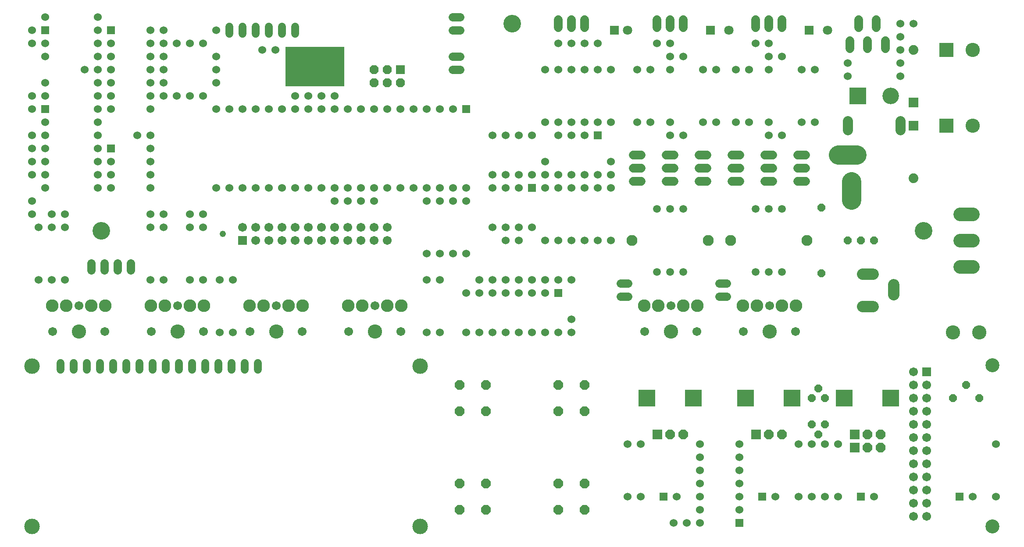
<source format=gbr>
G04 EAGLE Gerber RS-274X export*
G75*
%MOMM*%
%FSLAX34Y34*%
%LPD*%
%INSoldermask Top*%
%IPPOS*%
%AMOC8*
5,1,8,0,0,1.08239X$1,22.5*%
G01*
%ADD10C,3.403200*%
%ADD11C,2.703200*%
%ADD12R,11.430000X7.620000*%
%ADD13C,1.524000*%
%ADD14R,2.743200X2.743200*%
%ADD15C,2.743200*%
%ADD16C,1.879600*%
%ADD17R,1.879600X1.879600*%
%ADD18R,1.524000X1.524000*%
%ADD19C,3.759200*%
%ADD20C,2.203200*%
%ADD21C,1.727200*%
%ADD22P,1.649562X8X112.500000*%
%ADD23C,1.511200*%
%ADD24C,3.003200*%
%ADD25C,2.453200*%
%ADD26C,1.703200*%
%ADD27P,1.649562X8X22.500000*%
%ADD28C,2.603500*%
%ADD29R,1.853200X1.853200*%
%ADD30P,2.005885X8X292.500000*%
%ADD31R,3.319200X3.319200*%
%ADD32P,2.034460X8X112.500000*%
%ADD33C,1.803400*%
%ADD34R,1.803400X1.803400*%
%ADD35C,1.503200*%
%ADD36C,2.103200*%
%ADD37C,1.625600*%
%ADD38C,1.981200*%
%ADD39R,1.711200X1.711200*%
%ADD40C,1.711200*%
%ADD41P,1.649562X8X202.500000*%
%ADD42C,1.524000*%
%ADD43P,1.852186X8X202.500000*%
%ADD44C,1.409600*%
%ADD45C,3.203200*%
%ADD46P,1.681168X8X22.500000*%
%ADD47R,3.203200X3.203200*%
%ADD48C,1.209600*%


D10*
X158750Y603250D03*
X1746250Y603250D03*
D11*
X1879600Y342900D03*
X1879600Y31750D03*
D10*
X952500Y1003300D03*
D12*
X571500Y920750D03*
D13*
X304800Y863600D03*
X279400Y863600D03*
X63500Y635000D03*
X88900Y635000D03*
X1257300Y787400D03*
X1282700Y787400D03*
X1447800Y787400D03*
X1473200Y787400D03*
D14*
X1790700Y952500D03*
D15*
X1841500Y952500D03*
D13*
X355600Y635000D03*
X330200Y635000D03*
D16*
X1727200Y952500D03*
D17*
X1727200Y850900D03*
D18*
X50800Y990600D03*
D13*
X152400Y990600D03*
D18*
X50800Y838200D03*
D13*
X152400Y838200D03*
D18*
X177800Y990600D03*
D13*
X177800Y965200D03*
X177800Y838200D03*
X254000Y838200D03*
X177800Y939800D03*
X177800Y914400D03*
X177800Y863600D03*
X177800Y889000D03*
X254000Y863600D03*
X254000Y889000D03*
X254000Y914400D03*
X254000Y939800D03*
X254000Y965200D03*
X254000Y990600D03*
D18*
X1390650Y38100D03*
D13*
X1390650Y63500D03*
X1390650Y190500D03*
X1314450Y190500D03*
X1390650Y88900D03*
X1390650Y114300D03*
X1390650Y165100D03*
X1390650Y139700D03*
X1314450Y165100D03*
X1314450Y139700D03*
X1314450Y114300D03*
X1314450Y88900D03*
X1314450Y63500D03*
X1314450Y38100D03*
D18*
X177800Y762000D03*
D13*
X177800Y736600D03*
X254000Y736600D03*
X254000Y762000D03*
X177800Y711200D03*
X177800Y685800D03*
X254000Y711200D03*
X254000Y685800D03*
D19*
X1582420Y749300D02*
X1617980Y749300D01*
X1607566Y697865D02*
X1607566Y662305D01*
D20*
X1628700Y519000D02*
X1648700Y519000D01*
X1648700Y456000D02*
X1628700Y456000D01*
X1688700Y479000D02*
X1688700Y499000D01*
D21*
X1328420Y749300D02*
X1313180Y749300D01*
X1313180Y723900D02*
X1328420Y723900D01*
X1328420Y698500D02*
X1313180Y698500D01*
X1201420Y749300D02*
X1186180Y749300D01*
X1186180Y723900D02*
X1201420Y723900D01*
X1201420Y698500D02*
X1186180Y698500D01*
X1249680Y749300D02*
X1264920Y749300D01*
X1264920Y723900D02*
X1249680Y723900D01*
X1249680Y698500D02*
X1264920Y698500D01*
X1503680Y749300D02*
X1518920Y749300D01*
X1518920Y723900D02*
X1503680Y723900D01*
X1503680Y698500D02*
X1518920Y698500D01*
X1391920Y749300D02*
X1376680Y749300D01*
X1376680Y723900D02*
X1391920Y723900D01*
X1391920Y698500D02*
X1376680Y698500D01*
X1440180Y749300D02*
X1455420Y749300D01*
X1455420Y723900D02*
X1440180Y723900D01*
X1440180Y698500D02*
X1455420Y698500D01*
D13*
X1346200Y812800D03*
X1346200Y914400D03*
X1117600Y914400D03*
X1117600Y812800D03*
X1016000Y914400D03*
X1016000Y812800D03*
X1536700Y812800D03*
X1536700Y914400D03*
X1511300Y914400D03*
X1511300Y812800D03*
X1384300Y914400D03*
X1384300Y812800D03*
X1447800Y914400D03*
X1447800Y812800D03*
X1041400Y584200D03*
X1041400Y685800D03*
X1066800Y685800D03*
X1066800Y584200D03*
X1092200Y685800D03*
X1092200Y584200D03*
X1320800Y914400D03*
X1320800Y812800D03*
X1117600Y584200D03*
X1117600Y685800D03*
X1409700Y812800D03*
X1409700Y914400D03*
X1016000Y584200D03*
X1016000Y685800D03*
X1600200Y927100D03*
X1701800Y927100D03*
X1701800Y901700D03*
X1600200Y901700D03*
X1193800Y914400D03*
X1193800Y812800D03*
X254000Y508000D03*
X254000Y609600D03*
X355600Y508000D03*
X355600Y609600D03*
X330200Y609600D03*
X330200Y508000D03*
X152400Y939800D03*
X50800Y939800D03*
X50800Y965200D03*
X152400Y965200D03*
X50800Y889000D03*
X152400Y889000D03*
X50800Y863600D03*
X152400Y863600D03*
X1219200Y812800D03*
X1219200Y914400D03*
X787400Y660400D03*
X787400Y558800D03*
X279400Y914400D03*
X381000Y914400D03*
X279400Y990600D03*
X381000Y990600D03*
X381000Y889000D03*
X279400Y889000D03*
X50800Y1016000D03*
X152400Y1016000D03*
X50800Y812800D03*
X152400Y812800D03*
X63500Y508000D03*
X63500Y609600D03*
X88900Y609600D03*
X88900Y508000D03*
X50800Y711200D03*
X152400Y711200D03*
X1257300Y914400D03*
X1257300Y812800D03*
X50800Y762000D03*
X152400Y762000D03*
X50800Y736600D03*
X152400Y736600D03*
D22*
X1549400Y520700D03*
X1549400Y647700D03*
D13*
X1143000Y914400D03*
X1143000Y812800D03*
X1041400Y914400D03*
X1041400Y812800D03*
X1066800Y812800D03*
X1066800Y914400D03*
X1092200Y812800D03*
X1092200Y914400D03*
X863600Y558800D03*
X863600Y660400D03*
X1200150Y88900D03*
X1200150Y190500D03*
X1504950Y88900D03*
X1504950Y190500D03*
X1174750Y190500D03*
X1174750Y88900D03*
X838200Y660400D03*
X838200Y558800D03*
X812800Y558800D03*
X812800Y660400D03*
X990600Y787400D03*
X965200Y787400D03*
X965200Y711200D03*
X990600Y711200D03*
X939800Y787400D03*
X914400Y787400D03*
X939800Y711200D03*
X914400Y711200D03*
D18*
X863600Y838200D03*
D13*
X838200Y838200D03*
X812800Y838200D03*
X787400Y838200D03*
X762000Y838200D03*
X736600Y838200D03*
X711200Y838200D03*
X685800Y838200D03*
X660400Y838200D03*
X635000Y838200D03*
X609600Y838200D03*
X584200Y838200D03*
X558800Y838200D03*
X533400Y838200D03*
X508000Y838200D03*
X482600Y838200D03*
X457200Y838200D03*
X431800Y838200D03*
X406400Y838200D03*
X381000Y838200D03*
X381000Y685800D03*
X406400Y685800D03*
X431800Y685800D03*
X457200Y685800D03*
X482600Y685800D03*
X508000Y685800D03*
X533400Y685800D03*
X558800Y685800D03*
X584200Y685800D03*
X609600Y685800D03*
X635000Y685800D03*
X660400Y685800D03*
X685800Y685800D03*
X711200Y685800D03*
X736600Y685800D03*
X762000Y685800D03*
X787400Y685800D03*
X812800Y685800D03*
X838200Y685800D03*
X863600Y685800D03*
D23*
X80000Y347490D02*
X80000Y334410D01*
X105400Y334410D02*
X105400Y347490D01*
X130800Y347490D02*
X130800Y334410D01*
X156200Y334410D02*
X156200Y347490D01*
X181600Y347490D02*
X181600Y334410D01*
X207000Y334410D02*
X207000Y347490D01*
X232400Y347490D02*
X232400Y334410D01*
X257800Y334410D02*
X257800Y347490D01*
X283200Y347490D02*
X283200Y334410D01*
X308600Y334410D02*
X308600Y347490D01*
X334000Y347490D02*
X334000Y334410D01*
X359400Y334410D02*
X359400Y347490D01*
X384800Y347490D02*
X384800Y334410D01*
X410200Y334410D02*
X410200Y347490D01*
X435600Y347490D02*
X435600Y334410D01*
X461000Y334410D02*
X461000Y347490D01*
D24*
X25400Y31750D03*
X25400Y340950D03*
X774600Y340950D03*
X774600Y31750D03*
D15*
X115300Y408000D03*
D25*
X91300Y458000D03*
X139300Y458000D03*
X166300Y458000D03*
X64300Y458000D03*
D26*
X65300Y408000D03*
X165300Y408000D03*
X115300Y458000D03*
D15*
X305800Y408000D03*
D25*
X281800Y458000D03*
X329800Y458000D03*
X356800Y458000D03*
X254800Y458000D03*
D26*
X255800Y408000D03*
X355800Y408000D03*
X305800Y458000D03*
D15*
X686800Y408000D03*
D25*
X662800Y458000D03*
X710800Y458000D03*
X737800Y458000D03*
X635800Y458000D03*
D26*
X636800Y408000D03*
X736800Y408000D03*
X686800Y458000D03*
D15*
X1258300Y408000D03*
D25*
X1234300Y458000D03*
X1282300Y458000D03*
X1309300Y458000D03*
X1207300Y458000D03*
D26*
X1208300Y408000D03*
X1308300Y408000D03*
X1258300Y458000D03*
D15*
X1448800Y408000D03*
D25*
X1424800Y458000D03*
X1472800Y458000D03*
X1499800Y458000D03*
X1397800Y458000D03*
D26*
X1398800Y408000D03*
X1498800Y408000D03*
X1448800Y458000D03*
D27*
X1803400Y279400D03*
X1854200Y279400D03*
X1828800Y304800D03*
D14*
X1790700Y806450D03*
D15*
X1841500Y806450D03*
D28*
X1840802Y533400D02*
X1816799Y533400D01*
X1816799Y584200D02*
X1840802Y584200D01*
X1840802Y635000D02*
X1816799Y635000D01*
D15*
X1854200Y406400D03*
X1803400Y406400D03*
D13*
X1143000Y584200D03*
X1143000Y685800D03*
D21*
X1041400Y995680D02*
X1041400Y1010920D01*
X1066800Y1010920D02*
X1066800Y995680D01*
X1092200Y995680D02*
X1092200Y1010920D01*
X1231900Y1010920D02*
X1231900Y995680D01*
X1257300Y995680D02*
X1257300Y1010920D01*
X1282700Y1010920D02*
X1282700Y995680D01*
X1422400Y995680D02*
X1422400Y1010920D01*
X1447800Y1010920D02*
X1447800Y995680D01*
X1473200Y995680D02*
X1473200Y1010920D01*
D18*
X1117600Y787400D03*
D13*
X1092200Y787400D03*
X1092200Y711200D03*
X1117600Y711200D03*
X1066800Y787400D03*
X1041400Y787400D03*
X1066800Y711200D03*
X1041400Y711200D03*
X254000Y635000D03*
X279400Y635000D03*
X279400Y609600D03*
X279400Y508000D03*
D18*
X1041400Y482600D03*
D13*
X1016000Y482600D03*
X889000Y482600D03*
X863600Y482600D03*
X990600Y482600D03*
X965200Y482600D03*
X914400Y482600D03*
X939800Y482600D03*
X863600Y406400D03*
X889000Y406400D03*
X914400Y406400D03*
X939800Y406400D03*
X965200Y406400D03*
X990600Y406400D03*
X1016000Y406400D03*
X1041400Y406400D03*
D15*
X496300Y408000D03*
D25*
X472300Y458000D03*
X520300Y458000D03*
X547300Y458000D03*
X445300Y458000D03*
D26*
X446300Y408000D03*
X546300Y408000D03*
X496300Y458000D03*
D13*
X595630Y914400D03*
X547370Y914400D03*
X584200Y863600D03*
X609600Y863600D03*
X558800Y863600D03*
X533400Y863600D03*
D29*
X1613300Y209400D03*
D30*
X1638300Y209400D03*
X1663300Y209400D03*
D31*
X1683300Y279400D03*
X1593300Y279400D03*
D29*
X1613300Y184000D03*
D30*
X1638300Y184000D03*
X1663300Y184000D03*
D29*
X1232300Y209400D03*
D30*
X1257300Y209400D03*
X1282300Y209400D03*
D31*
X1302300Y279400D03*
X1212300Y279400D03*
D29*
X1422800Y209400D03*
D30*
X1447800Y209400D03*
X1472800Y209400D03*
D31*
X1492800Y279400D03*
X1402800Y279400D03*
D32*
X1041400Y63500D03*
X1041400Y114300D03*
X1092200Y114300D03*
X1092200Y63500D03*
X1041400Y254000D03*
X1041400Y304800D03*
X1092200Y304800D03*
X1092200Y254000D03*
X850900Y254000D03*
X850900Y304800D03*
X901700Y304800D03*
X901700Y254000D03*
X850900Y63500D03*
X850900Y114300D03*
X901700Y114300D03*
X901700Y63500D03*
D18*
X1244600Y88900D03*
D13*
X1270000Y88900D03*
D18*
X1435100Y88900D03*
D13*
X1460500Y88900D03*
D33*
X1370330Y990600D03*
D34*
X1334770Y990600D03*
D33*
X1560830Y990600D03*
D34*
X1525270Y990600D03*
D13*
X1701800Y952500D03*
X1701800Y977900D03*
X1701800Y1003300D03*
X1727200Y1003300D03*
X1041400Y965200D03*
X1066800Y965200D03*
X1092200Y965200D03*
X1117600Y965200D03*
X1231900Y965200D03*
X1257300Y965200D03*
X1282700Y939800D03*
X1257300Y939800D03*
X1422400Y965200D03*
X1447800Y965200D03*
X1473200Y939800D03*
X1447800Y939800D03*
D35*
X1231900Y523240D03*
X1257300Y523519D03*
X1282700Y523240D03*
X1231900Y645160D03*
X1257300Y645160D03*
X1282700Y645160D03*
D36*
X1183767Y584200D03*
X1330833Y584200D03*
D35*
X1422400Y523240D03*
X1447800Y523519D03*
X1473200Y523240D03*
X1422400Y645160D03*
X1447800Y645160D03*
X1473200Y645160D03*
D36*
X1374267Y584200D03*
X1521333Y584200D03*
D37*
X1175512Y501650D02*
X1161288Y501650D01*
X1161288Y476250D02*
X1175512Y476250D01*
X1351788Y501650D02*
X1366012Y501650D01*
X1366012Y476250D02*
X1351788Y476250D01*
D13*
X990600Y508000D03*
X1016000Y508000D03*
X914400Y508000D03*
X889000Y508000D03*
X1041400Y508000D03*
X1066800Y508000D03*
X965200Y508000D03*
X939800Y508000D03*
X25400Y635000D03*
X25400Y660400D03*
X330200Y863600D03*
X355600Y863600D03*
X25400Y838200D03*
X25400Y863600D03*
X25400Y990600D03*
X25400Y965200D03*
X152400Y787400D03*
X50800Y787400D03*
X25400Y762000D03*
X25400Y787400D03*
D38*
X1600200Y797560D02*
X1600200Y815340D01*
X1701800Y815340D02*
X1701800Y797560D01*
D39*
X431800Y584200D03*
D40*
X431800Y609600D03*
X457200Y584200D03*
X457200Y609600D03*
X482600Y584200D03*
X482600Y609600D03*
X508000Y584200D03*
X508000Y609600D03*
X533400Y584200D03*
X533400Y609600D03*
X558800Y584200D03*
X558800Y609600D03*
X584200Y584200D03*
X584200Y609600D03*
X609600Y584200D03*
X609600Y609600D03*
X635000Y584200D03*
X635000Y609600D03*
X660400Y584200D03*
X660400Y609600D03*
X685800Y584200D03*
X685800Y609600D03*
X711200Y584200D03*
X711200Y609600D03*
D39*
X1752600Y330200D03*
D40*
X1727200Y330200D03*
X1752600Y304800D03*
X1727200Y304800D03*
X1752600Y279400D03*
X1727200Y279400D03*
X1752600Y254000D03*
X1727200Y254000D03*
X1752600Y228600D03*
X1727200Y228600D03*
X1752600Y203200D03*
X1727200Y203200D03*
X1752600Y177800D03*
X1727200Y177800D03*
X1752600Y152400D03*
X1727200Y152400D03*
X1752600Y127000D03*
X1727200Y127000D03*
X1752600Y101600D03*
X1727200Y101600D03*
X1752600Y76200D03*
X1727200Y76200D03*
X1752600Y50800D03*
X1727200Y50800D03*
D13*
X254000Y787400D03*
X228600Y787400D03*
X152400Y914400D03*
X127000Y914400D03*
X1066800Y406400D03*
X1066800Y431800D03*
X1289050Y38100D03*
X1263650Y38100D03*
X609600Y660400D03*
X635000Y660400D03*
X660400Y660400D03*
X685800Y660400D03*
X1016000Y711200D03*
X1016000Y736600D03*
X1143000Y711200D03*
X1143000Y736600D03*
X330200Y965200D03*
X355600Y965200D03*
X381000Y939800D03*
X279400Y939800D03*
X304800Y965200D03*
X279400Y965200D03*
X412750Y406400D03*
X412750Y508000D03*
X387350Y508000D03*
X387350Y406400D03*
D18*
X990600Y685800D03*
D13*
X965200Y685800D03*
X914400Y609600D03*
X939800Y609600D03*
X939800Y685800D03*
X914400Y685800D03*
X965200Y609600D03*
X990600Y609600D03*
D18*
X1816100Y88900D03*
D13*
X1841500Y88900D03*
X1885950Y88900D03*
X1885950Y190500D03*
D41*
X1530350Y228600D03*
X1543050Y209550D03*
X1555750Y228600D03*
D27*
X1555750Y279400D03*
X1543050Y298450D03*
X1530350Y279400D03*
D13*
X1555750Y190500D03*
X1555750Y88900D03*
X1530350Y88900D03*
X1530350Y190500D03*
D42*
X406400Y983996D02*
X406400Y997204D01*
X431800Y997204D02*
X431800Y983996D01*
X457200Y983996D02*
X457200Y997204D01*
X482600Y997204D02*
X482600Y983996D01*
X508000Y983996D02*
X508000Y997204D01*
X533400Y997204D02*
X533400Y983996D01*
D13*
X812800Y406400D03*
X812800Y508000D03*
X787400Y508000D03*
X787400Y406400D03*
X495300Y952500D03*
X469900Y952500D03*
D18*
X1625600Y88900D03*
D13*
X1651000Y88900D03*
X1581150Y88900D03*
X1581150Y190500D03*
D33*
X1174750Y990600D03*
D34*
X1149350Y990600D03*
D39*
X736600Y914400D03*
D43*
X736600Y889000D03*
X711200Y914400D03*
X711200Y889000D03*
X685800Y914400D03*
X685800Y889000D03*
D13*
X939800Y584200D03*
X965200Y584200D03*
X25400Y736600D03*
X25400Y711200D03*
X50800Y685800D03*
X152400Y685800D03*
X38100Y508000D03*
X38100Y609600D03*
D16*
X1727200Y704850D03*
D17*
X1727200Y806450D03*
D21*
X1621300Y995405D02*
X1621300Y1010645D01*
X1638300Y970645D02*
X1638300Y955405D01*
X1655300Y995405D02*
X1655300Y1010645D01*
X1604300Y970645D02*
X1604300Y955405D01*
X1672300Y955405D02*
X1672300Y970645D01*
D41*
X1651000Y584200D03*
X1600200Y584200D03*
D37*
X139700Y540512D02*
X139700Y526288D01*
X165100Y526288D02*
X165100Y540512D01*
X190500Y540512D02*
X190500Y526288D01*
X215900Y526288D02*
X215900Y540512D01*
X837438Y939800D02*
X851662Y939800D01*
X851662Y914400D02*
X837438Y914400D01*
X837438Y990600D02*
X851662Y990600D01*
X851662Y1016000D02*
X837438Y1016000D01*
D44*
X571500Y914400D03*
D45*
X1682750Y863600D03*
D46*
X1625600Y584200D03*
D47*
X1619250Y863600D03*
D48*
X393700Y596900D03*
M02*

</source>
